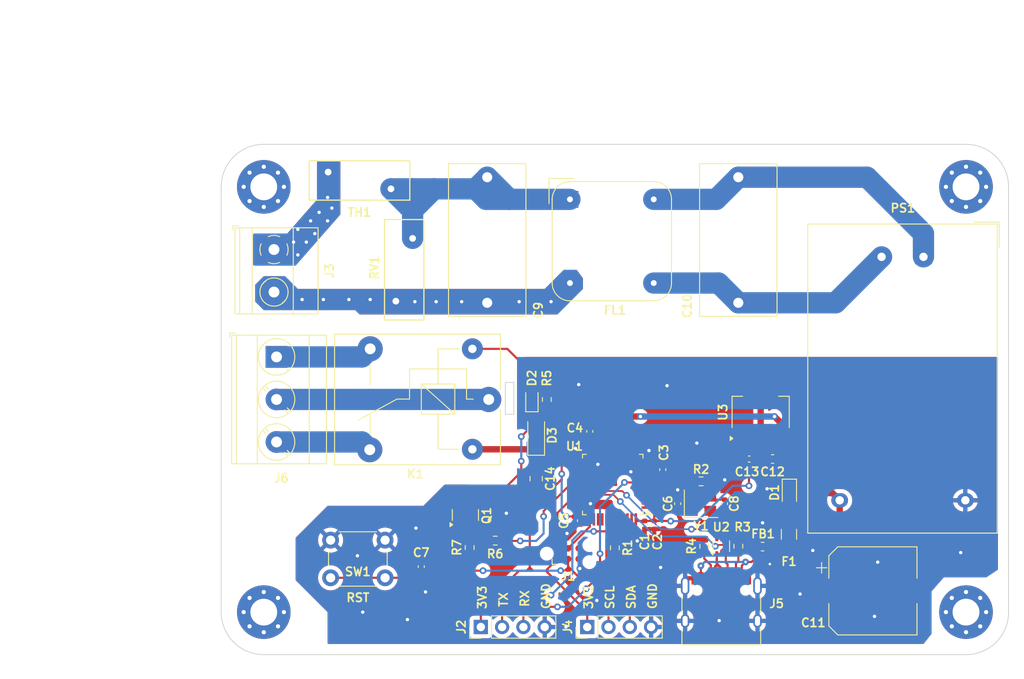
<source format=kicad_pcb>
(kicad_pcb (version 20240108) (generator "pcbnew") (generator_version "8.0")
  (layers (0 "F.Cu" signal) (31 "B.Cu" signal) (34 "B.Paste" user) (35 "F.Paste" user) (36 "B.SilkS" user "B.Silkscreen") (37 "F.SilkS" user "F.Silkscreen") (38 "B.Mask" user) (39 "F.Mask" user) (44 "Edge.Cuts" user))
  (net 0 "")
  (net 1 "+3V3")
  (net 2 "GND")
  (net 3 "/OSC_IN")
  (net 4 "NRST")
  (net 5 "Net-(C8-Pad1)")
  (net 6 "NEUT")
  (net 7 "Net-(C9-Pad1)")
  (net 8 "/NEUT-OUT")
  (net 9 "/LINE-OUT")
  (net 10 "+5V")
  (net 11 "Net-(D1-A)")
  (net 12 "Net-(F1-Pad1)")
  (net 13 "VBUS")
  (net 14 "SWDIO")
  (net 16 "SWCLK")
  (net 17 "LINE")
  (net 18 "I2C1_SCL")
  (net 19 "I2C1_SDA")
  (net 20 "Net-(J5-D--PadA7)")
  (net 21 "Net-(J5-D+-PadA6)")
  (net 22 "/CC1")
  (net 23 "/CC2")
  (net 24 "/BOOT0")
  (net 25 "/OSC_OUT")
  (net 26 "USART1_RX")
  (net 29 "USART1_TX")
  (net 31 "USB_D+")
  (net 39 "USB_D-")
  (net 52 "Relay_Ctrl")
  (net 57 "Net-(D2-K)")
  (net 58 "Net-(J6-Pin_3)")
  (net 59 "Net-(J6-Pin_2)")
  (net 60 "Net-(J6-Pin_1)")
  (net 61 "Net-(Q1-B)")
  (net 62 "Net-(D2-A)")
  (footprint "MountingHole:MountingHole_3.2mm_M3_Pad_Via" (layer "F.Cu") (at 165.1 134.62)
    (property "Reference" "H3" (hide yes))
    (property "Value" "MountingHole_Pad")
  )
  (footprint "Capacitor_SMD:C_0402_1005Metric" (layer "F.Cu") (at 130.683 121.666 90)
    (property "Reference" "C6")
    (property "Value" "22pF")
  )
  (footprint "Resistor_SMD:R_0603_1608Metric" (layer "F.Cu") (at 133.477 118.999)
    (property "Reference" "R2")
    (property "Value" "47R")
  )
  (footprint "Varistor:RV_Disc_D12mm_W4.7mm_P7.5mm" (layer "F.Cu") (at 96.46 84.058 180)
    (property "Reference" "TH1")
    (property "Value" "8ohm")
  )
  (footprint "Connector_PinHeader_2.54mm:PinHeader_1x04_P2.54mm_Vertical" (layer "F.Cu") (at 119.888 136.398 90)
    (property "Reference" "J4")
    (property "Value" "Conn_01x04_Pin")
  )
  (footprint "TerminalBlock_Phoenix:TerminalBlock_Phoenix_MKDS-3-3-5.08_1x03_P5.08mm_Horizontal" (layer "F.Cu") (at 82.804 104.135 -90)
    (property "Reference" "J6")
    (property "Value" "ST")
  )
  (footprint "Capacitor_SMD:C_0402_1005Metric" (layer "F.Cu") (at 100.076 129.1844 90)
    (property "Reference" "C7")
    (property "Value" "100nF")
  )
  (footprint "Diode_SMD:D_SOD-323" (layer "F.Cu") (at 144.018 120.3452 -90)
    (property "Reference" "D1")
    (property "Value" "1N5819WS")
  )
  (footprint "Capacitor_THT:C_Rect_L18.0mm_W9.0mm_P15.00mm_FKS3_FKP3" (layer "F.Cu") (at 137.922 82.67 -90)
    (property "Reference" "C10")
    (property "Value" "1uF")
  )
  (footprint "Connector:Tag-Connect_TC2030-IDC-NL_2x03_P1.27mm_Vertical" (layer "F.Cu") (at 117.602 127.635)
    (property "Reference" "J1")
    (property "Value" "TC2030-NL")
  )
  (footprint "Capacitor_SMD:C_0402_1005Metric" (layer "F.Cu") (at 128.905 117.602 90)
    (property "Reference" "C3")
    (property "Value" "100nF")
  )
  (footprint "Capacitor_SMD:C_0402_1005Metric" (layer "F.Cu") (at 118.364 123.698 -90)
    (property "Reference" "C5")
    (property "Value" "100nF")
  )
  (footprint "Crystal:Crystal_SMD_3225-4Pin_3.2x2.5mm" (layer "F.Cu") (at 133.477 121.666)
    (property "Reference" "Y1")
    (property "Value" "8MHz")
  )
  (footprint "Capacitor_SMD:C_0805_2012Metric" (layer "F.Cu") (at 113.792 118.678 -90)
    (property "Reference" "C14")
    (property "Value" "10uF")
  )
  (footprint "Inductor_SMD:L_0603_1608Metric" (layer "F.Cu") (at 140.8176 126.7968)
    (property "Reference" "FB1")
    (property "Value" "FB")
  )
  (footprint "Package_TO_SOT_SMD:SOT-23" (layer "F.Cu") (at 105.344 123.0145 90)
    (property "Reference" "Q1")
    (property "Value" "BC817")
  )
  (footprint "Resistor_SMD:R_0603_1608Metric" (layer "F.Cu") (at 105.852 126.903 90)
    (property "Reference" "R7")
    (property "Value" "47k")
  )
  (footprint "Resistor_SMD:R_0603_1608Metric" (layer "F.Cu") (at 108.9 126.078 180)
    (property "Reference" "R6")
    (property "Value" "2k2")
  )
  (footprint "Connector_USB:USB_C_Receptacle_HRO_TYPE-C-31-M-12" (layer "F.Cu") (at 135.89 134.62)
    (property "Reference" "J5")
    (property "Value" "USB_C_Receptacle_USB2.0_14P")
  )
  (footprint "TerminalBlock_Phoenix:TerminalBlock_Phoenix_MKDS-1,5-2-5.08_1x02_P5.08mm_Horizontal" (layer "F.Cu") (at 82.499 91.308 -90)
    (property "Reference" "J3")
    (property "Value" "ST")
  )
  (footprint "LED_SMD:LED_0603_1608Metric" (layer "F.Cu") (at 113.284 109.2 90)
    (property "Reference" "D2")
    (property "Value" "LED_Small")
  )
  (footprint "Capacitor_SMD:C_0402_1005Metric" (layer "F.Cu") (at 120.1928 113.03 90)
    (property "Reference" "C4")
    (property "Value" "100nF")
  )
  (footprint "Inductor_THT:Choke_Schaffner_RN102-04-14.0x14.0mm" (layer "F.Cu") (at 117.8245 85.3125)
    (property "Reference" "FL1")
    (property "Value" "Choke_Schaffner_RN102-2-02-1M1")
  )
  (footprint "Connector_PinHeader_2.54mm:PinHeader_1x04_P2.54mm_Vertical" (layer "F.Cu") (at 107.188 136.398 90)
    (property "Reference" "J2")
    (property "Value" "Conn_01x04_Pin")
  )
  (footprint "Resistor_SMD:R_0603_1608Metric" (layer "F.Cu") (at 123.19 126.937 -90)
    (property "Reference" "R1")
    (property "Value" "47R")
  )
  (footprint "Relay_THT:Relay_SPDT_SANYOU_SRD_Series_Form_C" (layer "F.Cu") (at 108.13 109.22 180)
    (property "Reference" "K1")
    (property "Value" "SANYOU_SRD_Form_C")
  )
  (footprint "Package_QFP:LQFP-48_7x7mm_P0.5mm" (layer "F.Cu") (at 122.936 119.38 180)
    (property "Reference" "U1")
    (property "Value" "STM32F103C8Tx")
  )
  (footprint "Diode_SMD:D_SOD-123" (layer "F.Cu") (at 113.792 113.52 90)
    (property "Reference" "D3")
    (property "Value" "1N4148W")
  )
  (footprint "Package_TO_SOT_SMD:SOT-223-3_TabPin2" (layer "F.Cu") (at 140.589 110.744 90)
    (property "Reference" "U3")
    (property "Value" "AMS1117-3.3")
  )
  (footprint "Button_Switch_THT:SW_PUSH_6mm" (layer "F.Cu") (at 89.258 126.02)
    (property "Reference" "SW1")
    (property "Value" "RST_BTN")
  )
  (footprint "Capacitor_SMD:C_0603_1608Metric" (layer "F.Cu") (at 142.014 116.332 180)
    (property "Reference" "C12")
    (property "Value" "1uF")
  )
  (footprint "MountingHole:MountingHole_3.2mm_M3_Pad_Via" (layer "F.Cu") (at 81.28 83.82)
    (property "Reference" "H4" (hide yes))
    (property "Value" "MountingHole_Pad")
  )
  (footprint "Resistor_SMD:R_0603_1608Metric" (layer "F.Cu") (at 115.062 109.22 -90)
    (property "Reference" "R5")
    (property "Value" "1k")
  )
  (footprint "Capacitor_THT:C_Rect_L18.0mm_W9.0mm_P15.00mm_FKS3_FKP3" (layer "F.Cu") (at 107.95 82.67 -90)
    (property "Reference" "C9")
    (property "Value" "1uF")
  )
  (footprint "Varistor:RV_Disc_D12mm_W4.7mm_P7.5mm" (layer "F.Cu") (at 99.044 89.976 -90)
    (property "Reference" "RV1")
    (property "Value" "10D471k")
  )
  (footprint "Capacitor_SMD:CP_Elec_10x10" (layer "F.Cu") (at 153.987 132.08)
    (property "Reference" "C11")
    (property "Value" "220uF")
  )
  (footprint "Resistor_SMD:R_0603_1608Metric" (layer "F.Cu") (at 137.9229 126.746 90)
    (property "Reference" "R3")
    (property "Value" "5k1")
  )
  (footprint "Capacitor_SMD:C_0402_1005Metric" (layer "F.Cu") (at 126.746 124.206 -90)
    (property "Reference" "C1")
    (property "Value" "100nF")
  )
  (footprint "Fuse:Fuse_1206_3216Metric" (layer "F.Cu") (at 143.9672 125.3236 90)
    (property "Reference" "F1")
    (property "Value" "1A")
  )
  (footprint "Capacitor_SMD:C_0402_1005Metric" (layer "F.Cu") (at 139.22 116.332 180)
    (property "Reference" "C13")
    (property "Value" "100nF")
  )
  (footprint "Resistor_SMD:R_0603_1608Metric" (layer "F.Cu") (at 133.8589 126.746 90)
    (property "Reference" "R4")
    (property "Value" "5k1")
  )
  (footprint "MountingHole:MountingHole_3.2mm_M3_Pad_Via" (layer "F.Cu") (at 165.1 83.82)
    (property "Reference" "H2" (hide yes))
    (property "Value" "MountingHole_Pad")
  )
  (footprint "Package_TO_SOT_SMD:SOT-666" (layer "F.Cu") (at 135.8909 126.746 90)
    (property "Reference" "U2")
    (property "Value" "USBLC6-2P6")
  )
  (footprint "MountingHole:MountingHole_3.2mm_M3_Pad_Via" (layer "F.Cu") (at 81.28 134.62)
    (property "Reference" "H1" (hide yes))
    (property "Value" "MountingHole_Pad")
  )
  (footprint "Converter_ACDC:Converter_ACDC_Hi-Link_HLK-PMxx" (layer "F.Cu") (at 160.02 92.1825 -90)
    (property "Reference" "PS1")
    (property "Value" "HLK-PM01")
  )
  (footprint "Capacitor_SMD:C_0402_1005Metric" (layer "F.Cu") (at 127.889 124.206 -90)
    (property "Reference" "C2")
    (property "Value" "100nF")
  )
  (footprint "Capacitor_SMD:C_0402_1005Metric" (layer "F.Cu") (at 136.271 121.666 -90)
    (property "Reference" "C8")
    (property "Value" "22pF")
  )
  (gr_line (start 131.318 117.348) (end 131.318 117.856) (stroke (width 0.2)) (layer "F.Cu") (net 1))
  (gr_line (start 81.28 78.74) (end 165.1 78.74) (stroke (width 0.1)) (layer "Edge.Cuts"))
  (gr_arc (start 170.18 134.62) (mid 168.692102 138.212102) (end 165.1 139.7) (stroke (width 0.1)) (layer "Edge.Cuts"))
  (gr_arc (start 81.28 139.7) (mid 77.687898 138.212102) (end 76.2 134.62) (stroke (width 0.1)) (layer "Edge.Cuts"))
  (gr_arc (start 165.1 78.74) (mid 168.692102 80.227898) (end 170.18 83.82) (stroke (width 0.1)) (layer "Edge.Cuts"))
  (gr_line (start 111.125 110.998) (end 110.109 110.998) (stroke (width 0.1)) (layer "Edge.Cuts"))
  (gr_line (start 76.2 134.62) (end 76.2 83.82) (stroke (width 0.1)) (layer "Edge.Cuts"))
  (gr_line (start 165.1 139.7) (end 81.28 139.7) (stroke (width 0.1)) (layer "Edge.Cuts"))
  (gr_line (start 111.125 107.188) (end 111.125 110.998) (stroke (width 0.1)) (layer "Edge.Cuts"))
  (gr_line (start 110.109 107.188) (end 111.125 107.188) (stroke (width 0.1)) (layer "Edge.Cuts"))
  (gr_line (start 110.109 110.998) (end 110.109 107.188) (stroke (width 0.1)) (layer "Edge.Cuts"))
  (gr_line (start 170.18 83.82) (end 170.18 134.62) (stroke (width 0.1)) (layer "Edge.Cuts"))
  (gr_arc (start 76.2 83.82) (mid 77.687898 80.227898) (end 81.28 78.74) (stroke (width 0.1)) (layer "Edge.Cuts"))
  (gr_text "SDA" (at 125.72 134.366 90) (layer "F.SilkS") (effects (font (size 1 1) (thickness 0.2) (bold yes)) (justify left bottom)))
  (gr_text "RST" (at 91.025857 133.477 0) (layer "F.SilkS") (effects (font (size 1 1) (thickness 0.2) (bold yes)) (justify left bottom)))
  (gr_text "SCL" (at 123.18 134.366 90) (layer "F.SilkS") (effects (font (size 1 1) (thickness 0.2) (bold yes)) (justify left bottom)))
  (gr_text "3V3" (at 107.94 134.366 90) (layer "F.SilkS") (effects (font (size 1 1) (thickness 0.2) (bold yes)) (justify left bottom)))
  (gr_text "RX" (at 113.02 134.112 90) (layer "F.SilkS") (effects (font (size 1 1) (thickness 0.2) (bold yes)) (justify left bottom)))
  (gr_text "3V3" (at 120.64 134.366 90) (layer "F.SilkS") (effects (font (size 1 1) (thickness 0.2) (bold yes)) (justify left bottom)))
  (gr_text "GND" (at 128.26 134.366 90) (layer "F.SilkS") (effects (font (size 1 1) (thickness 0.2) (bold yes)) (justify left bottom)))
  (gr_text "TX" (at 110.48 134.112 90) (layer "F.SilkS") (effects (font (size 1 1) (thickness 0.2) (bold yes)) (justify left bottom)))
  (gr_text "GND" (at 115.56 134.366 90) (layer "F.SilkS") (effects (font (size 1 1) (thickness 0.2) (bold yes)) (justify left bottom)))
  (segment (start 127.0985 118.13) (end 128.857 118.13) (width 0.254) (layer "F.Cu") (net 1))
  (segment (start 111.76 129.667) (end 113.03 129.667) (width 0.254) (layer "F.Cu") (net 1))
  (segment (start 113.03 129.667) (end 113.03 129.286) (width 0.254) (layer "F.Cu") (net 1))
  (segment (start 117.884 113.51) (end 120.1928 113.51) (width 0.254) (layer "F.Cu") (net 1))
  (segment (start 139.192 117.6528) (end 139.192 119.5324) (width 0.254) (layer "F.Cu") (net 1))
  (segment (start 139.192 117.602) (end 139.192 117.6528) (width 0.254) (layer "F.Cu") (net 1))
  (segment (start 116.84 118.745) (end 113.03 122.555) (width 0.254) (layer "F.Cu") (net 1))
  (segment (start 128.857 118.13) (end 128.905 118.082) (width 0.254) (layer "F.Cu") (net 1))
  (segment (start 139.7 116.332) (end 139.7 117.094) (width 0.254) (layer "F.Cu") (net 1))
  (segment (start 114.935 129.667) (end 115.1255 129.4765) (width 0.254) (layer "F.Cu") (net 1))
  (segment (start 107.188 136.398) (end 107.188 134.239) (width 0.254) (layer "F.Cu") (net 1))
  (segment (start 127.508 113.538) (end 131.572 117.602) (width 0.254) (layer "F.Cu") (net 1))
  (segment (start 118.364 122.5395) (end 118.7735 122.13) (width 0.254) (layer "F.Cu") (net 1))
  (segment (start 127.889 123.726) (end 127.889 122.9205) (width 0.254) (layer "F.Cu") (net 1))
  (segment (start 111.76 129.667) (end 112.649 129.667) (width 0.254) (layer "F.Cu") (net 1))
  (segment (start 113.411 129.667) (end 114.935 129.667) (width 0.254) (layer "F.Cu") (net 1))
  (segment (start 107.188 134.239) (end 111.76 129.667) (width 0.254) (layer "F.Cu") (net 1))
  (segment (start 120.086 113.538) (end 120.142 113.538) (width 0.254) (layer "F.Cu") (net 1))
  (segment (start 125.8695 123.726) (end 125.686 123.5425) (width 0.254) (layer "F.Cu") (net 1))
  (segment (start 115.189 129.921) (end 119.888 134.62) (width 0.254) (layer "F.Cu") (net 1))
  (segment (start 116.84 114.554) (end 117.884 113.51) (width 0.254) (layer "F.Cu") (net 1))
  (segment (start 129.8448 123.7488) (end 129.822 123.726) (width 0.254) (layer "F.Cu") (net 1))
  (segment (start 126.746 123.726) (end 125.8695 123.726) (width 0.254) (layer "F.Cu") (net 1))
  (segment (start 113.03 122.555) (end 113.03 129.286) (width 0.254) (layer "F.Cu") (net 1))
  (segment (start 127.889 122.9205) (end 127.0985 122.13) (width 0.254) (layer "F.Cu") (net 1))
  (segment (start 140.589 107.594) (end 140.589 113.894) (width 0.762) (layer "F.Cu") (net 1))
  (segment (start 129.822 123.726) (end 127.889 123.726) (width 0.254) (layer "F.Cu") (net 1))
  (segment (start 119.888 134.62) (end 119.888 136.398) (width 0.254) (layer "F.Cu") (net 1))
  (segment (start 113.03 129.667) (end 113.411 129.667) (width 0.254) (layer "F.Cu") (net 1))
  (segment (start 116.84 118.11) (end 116.84 118.745) (width 0.254) (layer "F.Cu") (net 1))
  (segment (start 112.649 129.667) (end 113.03 129.286) (width 0.254) (layer "F.Cu") (net 1))
  (segment (start 120.086 113.538) (end 127.508 113.538) (width 0.254) (layer "F.Cu") (net 1))
  (segment (start 118.336 123.19) (end 118.364 123.218) (width 0.254) (layer "F.Cu") (net 1))
  (segment (start 117.348 123.19) (end 118.336 123.19) (width 0.254) (layer "F.Cu") (net 1))
  (segment (start 139.7 114.783) (end 140.589 113.894) (width 0.254) (layer "F.Cu") (net 1))
  (segment (start 139.192 117.602) (end 131.572 117.602) (width 0.254) (layer "F.Cu") (net 1))
  (segment (start 114.935 129.667) (end 115.189 129.921) (width 0.254) (layer "F.Cu") (net 1))
  (segment (start 120.186 113.582) (end 120.186 115.2175) (width 0.254) (layer "F.Cu") (net 1))
  (segment (start 131.092 118.082) (end 128.905 118.082) (width 0.254) (layer "F.Cu") (net 1))
  (segment (start 113.411 129.667) (end 113.03 129.286) (width 0.254) (layer "F.Cu") (net 1))
  (segment (start 115.1255 129.4765) (end 116.332 128.27) (width 0.254) (layer "F.Cu") (net 1))
  (segment (start 118.364 123.218) (end 118.364 122.5395) (width 0.254) (layer "F.Cu") (net 1))
  (segment (start 131.572 117.602) (end 131.092 118.082) (width 0.254) (layer "F.Cu") (net 1))
  (segment (start 120.142 113.538) (end 120.186 113.582) (width 0.254) (layer "F.Cu") (net 1))
  (segment (start 126.746 123.726) (end 127.889 123.726) (width 0.254) (layer "F.Cu") (net 1))
  (segment (start 115.1255 129.8575) (end 115.1255 129.4765) (width 0.254) (layer "F.Cu") (net 1))
  (segment (start 139.7 117.094) (end 139.192 117.602) (width 0.254) (layer "F.Cu") (net 1))
  (segment (start 115.189 129.921) (end 115.1255 129.8575) (width 0.254) (layer "F.Cu") (net 1))
  (segment (start 116.84 118.11) (end 116.84 114.554) (width 0.254) (layer "F.Cu") (net 1))
  (segment (start 139.7 116.332) (end 139.7 114.783) (width 0.254) (layer "F.Cu") (net 1))
  (via (at 116.84 118.11) (size 0.8) (drill 0.4) (layers "F.Cu" "B.Cu") (net 1))
  (via (at 117.348 123.19) (size 0.8) (drill 0.4) (layers "F.Cu" "B.Cu") (net 1))
  (via (at 129.8448 123.7488) (size 0.8) (drill 0.4) (layers "F.Cu" "B.Cu") (net 1))
  (via (at 139.192 119.5324) (size 0.8) (drill 0.4) (layers "F.Cu" "B.Cu") (net 1))
  (segment (start 116.84 122.682) (end 117.348 123.19) (width 0.254) (layer "B.Cu") (net 1))
  (segment (start 116.84 118.11) (end 116.84 122.682) (width 0.254) (layer "B.Cu") (net 1))
  (segment (start 137.2616 119.5324) (end 133.0452 123.7488) (width 0.254) (layer "B.Cu") (net 1))
  (segment (start 133.0452 123.7488) (end 129.8448 123.7488) (width 0.254) (layer "B.Cu") (net 1))
  (segment (start 139.192 119.5324) (end 137.2616 119.5324) (width 0.254) (layer "B.Cu") (net 1))
  (segment (start 127.0985 118.63) (end 125.869 118.63) (width 0.254) (layer "F.Cu") (net 2))
  (segment (start 118.872 128.27) (end 118.872 129.286) (width 0.254) (layer "F.Cu") (net 2))
  (segment (start 120.269 121.666) (end 120.21 121.607) (width 0.254) (layer "F.Cu") (net 2))
  (segment (start 140.0048 128.8796) (end 141.6812 128.8796) (width 0.254) (layer "F.Cu") (net 2))
  (segment (start 125.186 125.44) (end 125.186 123.5425) (width 0.254) (layer "F.Cu") (net 2))
  (segment (start 125.869 118.63) (end 125.095 117.856) (width 0.254) (layer "F.Cu") (net 2))
  (segment (start 120.686 116.495) (end 120.686 115.2175) (width 0.254) (layer "F.Cu") (net 2))
  (segment (start 125.857 126.111) (end 125.186 125.44) (width 0.254) (layer "F.Cu") (net 2))
  (segment (start 135.8909 127.285872) (end 136.157772 127.019) (width 0.254) (layer "F.Cu") (net 2))
  (segment (start 134.331 122.516) (end 134.577 122.516) (width 0.254) (layer "F.Cu") (net 2))
  (segment (start 139.14 129.7444) (end 140.0048 128.8796) (width 0.254) (layer "F.Cu") (net 2))
  (segment (start 130.683 120.015) (end 130.683 121.186) (width 0.254) (layer "F.Cu") (net 2))
  (segment (start 135.8909 127.671) (end 135.8909 127.285872) (width 0.254) (layer "F.Cu") (net 2))
  (segment (start 135.901 122.516) (end 136.271 122.146) (width 0.254) (layer "F.Cu") (net 2))
  (segment (start 132.377 120.816) (end 132.631 120.816) (width 0.254) (layer "F.Cu") (net 2))
  (segment (start 132.631 120.816) (end 134.331 122.516) (width 0.254) (layer "F.Cu") (net 2))
  (segment (start 137.8834 125.921) (end 137.9229 125.921) (width 0.254) (layer "F.Cu") (net 2))
  (segment (start 118.872 129.286) (end 118.999 129.413) (width 0.254) (layer "F.Cu") (net 2))
  (segment (start 136.7854 127.019) (end 137.8834 125.921) (width 0.254) (layer "F.Cu") (net 2))
  (segment (start 134.577 122.516) (end 135.901 122.516) (width 0.254) (layer "F.Cu") (net 2))
  (segment (start 139.14 130.575) (end 139.14 129.7444) (width 0.254) (layer "F.Cu") (net 2))
  (segment (start 120.21 121.607) (end 118.7965 121.607) (width 0.254) (layer "F.Cu") (net 2))
  (segment (start 118.7965 121.607) (end 118.7735 121.63) (width 0.254) (layer "F.Cu") (net 2))
  (segment (start 121.158 116.967) (end 120.686 116.495) (width 0.254) (layer "F.Cu") (net 2))
  (segment (start 136.157772 127.019) (end 136.7854 127.019) (width 0.254) (layer "F.Cu") (net 2))
  (via (at 146.812 127.254) (size 0.8) (drill 0.4) (layers "F.Cu" "B.Cu") (net 2))
  (via (at 135.636 135.636) (size 0.8) (drill 0.4) (layers "F.Cu" "B.Cu") (net 2))
  (via (at 140.8176 123.952) (size 0.8) (drill 0.4) (layers "F.Cu" "B.Cu") (net 2))
  (via (at 154.559 128.651) (size 0.8) (drill 0.4) (layers "F.Cu" "B.Cu") (net 2))
  (via (at 98.425 135.509) (size 0.8) (drill 0.4) (layers "F.Cu" "B.Cu") (net 2))
  (via (at 93.091 134.62) (size 0.8) (drill 0.4) (layers "F.Cu" "B.Cu") (net 2))
  (via (at 136.2964 118.8212) (size 0.8) (drill 0.4) (layers "F.Cu" "B.Cu") (net 2))
  (via (at 145.288 132.461) (size 0.8) (drill 0.4) (layers "F.Cu" "B.Cu") (net 2))
  (via (at 120.269 121.666) (size 0.8) (drill 0.4) (layers "F.Cu" "B.Cu") (net 2))
  (via (at 121.031 133.223) (size 0.8) (drill 0.4) (layers "F.Cu" "B.Cu") (net 2))
  (via (at 121.158 116.967) (size 0.8) (drill 0.4) (layers "F.Cu" "B.Cu") (net 2))
  (via (at 125.095 117.856) (size 0.8) (drill 0.4) (layers "F.Cu" "B.Cu") (net 2))
  (via (at 125.857 126.111) (size 0.8) (drill 0.4) (layers "F.Cu" "B.Cu") (net 2))
  (via (at 99.441 124.587) (size 0.8) (drill 0.4) (layers "F.Cu" "B.Cu") (net 2))
  (via (at 132.969 114.427) (size 0.8) (drill 0.4) (layers "F.Cu" "B.Cu") (net 2))
  (via (at 141.351 119.888) (size 0.8) (drill 0.4) (layers "F.Cu" "B.Cu") (net 2))
  (via (at 154.178 135.128) (size 0.8) (drill 0.4) (layers "F.Cu" "B.Cu") (net 2))
  (via (at 118.872 107.442) (size 0.8) (drill 0.4) (layers "F.Cu" "B.Cu") (net 2))
  (via (at 164.465 127.508) (size 0.8) (drill 0.4) (layers "F.Cu" "B.Cu") (net 2))
  (via (at 92.456 127.889) (size 0.8) (drill 0.4) (layers "F.Cu" "B.Cu") (net 2))
  (via (at 127.254 115.316) (size 0.8) (drill 0.4) (layers "F.Cu" "B.Cu") (net 2))
  (via (at 118.999 129.413) (size 0.8) (drill 0.4) (layers "F.Cu" "B.Cu") (net 2))
  (via (at 110.236 122.809) (size 0.8) (drill 0.4) (layers "F.Cu" "B.Cu") (net 2))
  (via (at 118.491 115.062) (size 0.8) (drill 0.4) (layers "F.Cu" "B.Cu") (net 2))
  (via (at 117.475 125.222) (size 0.8) (drill 0.4) (layers "F.Cu" "B.Cu") (net 2))
  (via (at 100.584 132.207) (size 0.8) (drill 0.4) (layers "F.Cu" "B.Cu") (net 2))
  (via (at 128.651 129.286) (size 0.8) (drill 0.4) (layers "F.Cu" "B.Cu") (net 2))
  (via (at 129.413 107.569) (size 0.8) (drill 0.4) (layers "F.Cu" "B.Cu") (net 2))
  (via (at 117.348 136.398) (size 0.8) (drill 0.4) (layers "F.Cu" "B.Cu") (net 2))
  (via (at 141.6812 128.8796) (size 0.8) (drill 0.3) (layers "F.Cu" "B.Cu") (net 2))
  (via (at 130.683 120.015) (size 0.8) (drill 0.4) (layers "F.Cu" "B.Cu") (net 2))
  (segment (start 128.415776 118.892382) (end 129.560382 118.892382) (width 0.254) (layer "B.Cu") (net 2))
  (segment (start 129.560382 118.892382) (end 130.683 120.015) (width 0.254) (layer "B.Cu") (net 2))
  (segment (start 131.053 122.516) (end 130.683 122.146) (width 0.254) (layer "F.Cu") (net 3))
  (segment (start 128.258 120.13) (end 127.0985 120.13) (width 0.254) (layer "F.Cu") (net 3))
  (segment (start 130.274 122.146) (end 128.258 120.13) (width 0.254) (layer "F.Cu") (net 3))
  (segment (start 132.377 122.516) (end 131.053 122.516) (width 0.254) (layer "F.Cu") (net 3))
  (segment (start 130.683 122.146) (end 130.274 122.146) (width 0.254) (layer "F.Cu") (net 3))
  (segment (start 117.221 129.667) (end 117.475 129.667) (width 0.254) (layer "F.Cu") (net 4))
  (segment (start 116.713 129.667) (end 117.221 129.667) (width 0.254) (layer "F.Cu") (net 4))
  (segment (start 89.258 130.52) (end 97.826 130.52) (width 0.254) (layer "F.Cu") (net 4))
  (segment (start 117.9195 129.4765) (end 117.6655 129.4765) (width 0.254) (layer "F.Cu") (net 4))
  (segment (start 117.602 129.54) (end 117.475 129.667) (width 0.254) (layer "F.Cu") (net 4))
  (segment (start 121.412 129.032) (end 120.142 130.302) (width 0.254) (layer "F.Cu") (net 4))
  (segment (start 117.6655 129.4765) (end 117.602 129.54) (width 0.254) (layer "F.Cu") (net 4))
  (segment (start 100.0786 129.667) (end 107.442 129.667) (width 0.254) (layer "F.Cu") (net 4))
  (segment (start 120.142 130.302) (end 118.745 130.302) (width 0.254) (layer "F.Cu") (net 4))
  (segment (start 98.679 129.667) (end 100.0734 129.667) (width 0.254) (layer "F.Cu") (net 4))
  (segment (start 117.6655 129.2225) (end 117.9195 129.4765) (width 0.254) (layer "F.Cu") (net 4))
  (segment (start 118.11 129.667) (end 118.237 129.794) (width 0.254) (layer "F.Cu") (net 4))
  (segment (start 117.602 128.27) (end 117.602 129.159) (width 0.254) (layer "F.Cu") (net 4))
  (segment (start 97.826 130.52) (end 98.679 129.667) (width 0.254) (layer "F.Cu") (net 4))
  (segment (start 100.076 129.6644) (end 100.0786 129.667) (width 0.254) (layer "F.Cu") (net 4))
  (segment (start 117.475 129.667) (end 118.11 129.667) (width 0.254) (layer "F.Cu") (net 4))
  (segment (start 117.221 129.667) (end 117.6655 129.2225) (width 0.254) (layer "F.Cu") (net 4))
  (segment (start 124.337 119.13) (end 127.0985 119.13) (width 0.254) (layer "F.Cu") (net 4))
  (segment (start 100.0734 129.667) (end 100.076 129.6644) (width 0.254) (layer "F.Cu") (net 4))
  (segment (start 117.9195 129.4765) (end 118.237 129.794) (width 0.254) (layer "F.Cu") (net 4))
  (segment (start 124.333 119.126) (end 124.337 119.13) (width 0.254) (layer "F.Cu") (net 4))
  (segment (start 121.412 127.635) (end 121.412 129.032) (width 0.254) (layer "F.Cu") (net 4))
  (segment (start 118.745 130.302) (end 118.237 129.794) (width 0.254) (layer "F.Cu") (net 4))
  (segment (start 117.602 129.159) (end 117.602 129.54) (width 0.254) (layer "F.Cu") (net 4))
  (segment (start 117.602 129.159) (end 117.6655 129.2225) (width 0.254) (layer "F.Cu") (net 4))
  (via (at 107.442 129.667) (size 0.8) (drill 0.4) (layers "F.Cu" "B.Cu") (net 4))
  (via (at 124.333 119.126) (size 0.8) (drill 0.4) (layers "F.Cu" "B.Cu") (net 4))
  (via (at 121.412 127.635) (size 0.8) (drill 0.4) (layers "F.Cu" "B.Cu") (net 4))
  (via (at 116.713 129.667) (size 0.8) (drill 0.4) (layers "F.Cu" "B.Cu") (net 4))
  (segment (start 121.412 122.047) (end 124.333 119.126) (width 0.254) (layer "B.Cu") (net 4))
  (segment (start 107.442 129.667) (end 116.713 129.667) (width 0.254) (layer "B.Cu") (net 4))
  (segment (start 121.412 127.635) (end 121.412 122.047) (width 0.254) (layer "B.Cu") (net 4))
  (segment (start 134.302 118.999) (end 134.302 120.541) (width 0.254) (layer "F.Cu") (net 5))
  (segment (start 136.271 121.186) (end 134.947 121.186) (width 0.254) (layer "F.Cu") (net 5))
  (segment (start 134.947 121.186) (end 134.577 120.816) (width 0.254) (layer "F.Cu") (net 5))
  (segment (start 134.302 120.541) (end 134.577 120.816) (width 0.254) (layer "F.Cu") (net 5))
  (via (at 115.57 97.536) (size 0.8) (drill 0.4) (layers "F.Cu" "B.Cu") (net 6))
  (via (at 88.392 97.282) (size 0.8) (drill 0.4) (layers "F.Cu" "B.Cu") (net 6))
  (via (at 111.76 97.536) (size 0.8) (drill 0.4) (layers "F.Cu" "B.Cu") (net 6))
  (via (at 85.852 97.282) (size 0.8) (drill 0.4) (layers "F.Cu" "B.Cu") (net 6))
  (via (at 99.314 97.536) (size 0.8) (drill 0.4) (layers "F.Cu" "B.Cu") (net 6))
  (via (at 93.98 97.282) (size 0.8) (drill 0.4) (layers "F.Cu" "B.Cu") (net 6))
  (via (at 91.44 97.282) (size 0.8) (drill 0.4) (layers "F.Cu" "B.Cu") (net 6))
  (via (at 101.854 97.536) (size 0.8) (drill 0.4) (layers "F.Cu" "B.Cu") (net 6))
  (via (at 104.902 97.536) (size 0.8) (drill 0.4) (layers "F.Cu" "B.Cu") (net 6))
  (segment (start 101.6 84.058) (end 106.562 84.058) (width 2.54) (layer "B.Cu") (net 7))
  (segment (start 106.562 84.058) (end 107.95 82.67) (width 2.54) (layer "B.Cu") (net 7))
  (segment (start 99.044 86.614) (end 99.044 84.074) (width 2.54) (layer "B.Cu") (net 7))
  (segment (start 99.044 84.074) (end 99.06 84.058) (width 2.54) (layer "B.Cu") (net 7))
  (segment (start 99.06 84.058) (end 101.6 84.058) (width 2.54) (layer "B.Cu") (net 7))
  (segment (start 106.562 84.058) (end 107.8165 85.3125) (width 2.54) (layer "B.Cu") (net 7))
  (segment (start 107.8165 85.3125) (end 110.5925 85.3125) (width 2.54) (layer "B.Cu") (net 7))
  (segment (start 96.46 84.058) (end 99.06 84.058) (width 2.54) (layer "B.Cu") (net 7))
  (segment (start 96.46 84.058) (end 99.016 86.614) (width 2.54) (layer "B.Cu") (net 7))
  (segment (start 117.8245 85.3125) (end 110.5925 85.3125) (width 2.54) (layer "B.Cu") (net 7))
  (segment (start 99.016 86.614) (end 99.044 86.614) (width 2.54) (layer "B.Cu") (net 7))
  (segment (start 99.044 89.976) (end 99.044 86.614) (width 2.54) (layer "B.Cu") (net 7))
  (segment (start 110.5925 85.3125) (end 107.95 82.67) (width 2.54) (layer "B.Cu") (net 7))
  (segment (start 99.044 86.614) (end 101.6 84.058) (width 2.54) (layer "B.Cu") (net 7))
  (segment (start 135.5645 95.3125) (end 137.922 97.67) (width 2.54) (layer "B.Cu") (net 8))
  (segment (start 149.5325 97.67) (end 155.02 92.1825) (width 2.54) (layer "B.Cu") (net 8))
  (segment (start 127.8245 95.3125) (end 135.5645 95.3125) (width 2.54) (layer "B.Cu") (net 8))
  (segment (start 137.922 97.67) (end 149.5325 97.67) (width 2.54) (layer "B.Cu") (net 8))
  (segment (start 137.922 82.67) (end 153.282 82.67) (width 2.54) (layer "B.Cu") (net 9))
  (segment (start 127.8245 85.3125) (end 135.2795 85.3125) (width 2.54) (layer "B.Cu") (net 9))
  (segment (start 160.02 89.408) (end 160.02 92.1825) (width 2.54) (layer "B.Cu") (net 9))
  (segment (start 135.2795 85.3125) (end 137.922 82.67) (width 2.54) (layer "B.Cu") (net 9))
  (segment (start 153.282 82.67) (end 160.02 89.408) (width 2.54) (layer "B.Cu") (net 9))
  (segment (start 116.078 112.268) (end 116.078 112.014) (width 0.762) (layer "F.Cu") (net 10))
  (segment (start 116.078 112.014) (end 116.84 111.252) (width 0.762) (layer "F.Cu") (net 10))
  (segment (start 126.238 111.252) (end 116.84 111.252) (width 0.762) (layer "F.Cu") (net 10))
  (segment (start 143.4084 118.7704) (end 143.5862 118.9482) (width 0.762) (layer "F.Cu") (net 10))
  (segment (start 116.078 113.538) (end 116.078 112.268) (width 0.762) (layer "F.Cu") (net 10))
  (segment (start 149.1535 120.396) (end 150.02 121.2625) (width 0.762) (layer "F.Cu") (net 10))
  (segment (start 143.4084 118.7704) (end 142.789 118.151) (width 0.762) (layer "F.Cu") (net 10))
  (segment (start 135.8679 124.5837) (end 135.8679 125.648531) (width 0.254) (layer "F.Cu") (net 10))
  (segment (start 143.9672 119.3292) (end 143.4084 118.7704) (width 0.762) (layer "F.Cu") (net 10))
  (segment (start 143.9672 119.3292) (end 144.5514 119.9134) (width 0.762) (layer "F.Cu") (net 10))
  (segment (start 142.789 116.332) (end 142.789 113.994) (width 0.762) (layer "F.Cu") (net 10))
  (segment (start 116.078 111.252) (end 116.078 110.362) (width 0.762) (layer "F.Cu") (net 10))
  (segment (start 144.5514 119.9134) (end 145.034 120.396) (width 0.762) (layer "F.Cu") (net 10))
  (segment (start 144.4498 119.8118) (end 143.4846 119.8118) (width 0.762) (layer "F.Cu") (net 10))
  (segment (start 149.987 132.08) (end 150.02 132.047) (width 0.762) (layer "F.Cu") (net 10))
  (segment (start 142.789 118.151) (end 142.789 116.332) (width 0.762) (layer "F.Cu") (net 10))
  (segment (start 115.761 110.045) (end 115.062 110.045) (width 0.762) (layer "F.Cu") (net 10))
  (segment (start 142.889 111.901) (end 142.24 111.252) (width 0.762) (layer "F.Cu") (net 10))
  (segment (start 116.078 112.268) (end 116.078 111.252) (width 0.762) (layer "F.Cu") (net 10))
  (segment (start 145.034 120.396) (end 149.1535 120.396) (width 0.762) (layer "F.Cu") (net 10))
  (segment (start 141.1224 122.174) (end 138.2776 122.174) (width 0.254) (layer "F.Cu") (net 10))
  (segment (start 116.84 111.252) (end 116.078 111.252) (width 0.762) (layer "F.Cu") (net 10))
  (segment (start 143.9672 119.3292) (end 143.4846 119.8118) (width 0.254) (layer "F.Cu") (net 10))
  (segment (start 106.18 115.17) (end 113.792 115.17) (width 0.762) (layer "F.Cu") (net 10))
  (segment (start 142.789 113.994) (end 142.889 113.894) (width 0.762) (layer "F.Cu") (net 10))
  (segment (start 150.02 132.047) (end 150.02 121.2625) (width 0.762) (layer "F.Cu") (net 10))
  (segment (start 138.2776 122.174) (end 135.8679 124.5837) (width 0.254) (layer "F.Cu") (net 10))
  (segment (start 116.078 110.362) (end 116.078 110.49) (width 0.762) (layer "F.Cu") (net 10))
  (segment (start 113.792 115.17) (end 114.446 115.17) (width 0.762) (layer "F.Cu") (net 10))
  (segment (start 142.889 113.894) (end 142.889 111.901) (width 0.762) (layer "F.Cu") (net 10))
  (segment (start 114.446 115.17) (end 116.078 113.538) (width 0.762) (layer "F.Cu") (net 10))
  (segment (start 116.078 110.362) (end 115.761 110.045) (width 0.762) (layer "F.Cu") (net 10))
  (segment (start 113.792 117.728) (end 113.792 115.17) (width 0.762) (layer "F.Cu") (net 10))
  (segment (start 143.5862 119.7102) (end 143.4846 119.8118) (width 0.762) (layer "F.Cu") (net 10))
  (segment (start 143.5862 118.9482) (end 143.5862 119.7102) (width 0.762) (layer "F.Cu") (net 10))
  (segment (start 143.4846 119.8118) (end 141.1224 122.174) (width 0.254) (layer "F.Cu") (net 10))
  (segment (start 116.078 110.49) (end 116.84 111.252) (width 0.762) (layer "F.Cu") (net 10))
  (segment (start 144.5514 119.9134) (end 144.4498 119.8118) (width 0.762) (layer "F.Cu") (net 10))
  (via (at 142.24 111.252) (size 0.8) (drill 0.4) (layers "F.Cu" "B.Cu") (net 10))
  (via (at 126.238 111.252) (size 0.8) (drill 0.4) (layers "F.Cu" "B.Cu") (net 10))
  (segment (start 142.24 111.252) (end 126.238 111.252) (width 0.762) (layer "B.Cu") (net 10))
  (segment (start 144.0688 123.9236) (end 144.018 123.8728) (width 0.254) (layer "F.Cu") (net 11))
  (segment (start 144.018 123.8728) (end 144.018 121.3952) (width 0.254) (layer "F.Cu") (net 11))
  (segment (start 144.0404 126.7968) (end 144.0688 126.8252) (width 0.254) (layer "F.Cu") (net 12))
  (segment (start 141.6051 126.7968) (end 144.0404 126.7968) (width 0.254) (layer "F.Cu") (net 12))
  (segment (start 133.4516 129.0828) (end 133.4516 130.5634) (width 0.25) (layer "F.Cu") (net 13))
  (segment (start 138.34 130.575) (end 138.34 129.0712) (width 0.254) (layer "F.Cu") (net 13))
  (segment (start 138.34 129.0712) (end 138.7856 128.6256) (width 0.254) (layer "F.Cu") (net 13))
  (segment (start 139.4968 128.6256) (end 140.0301 128.0923) (width 0.254) (layer "F.Cu") (net 13))
  (segment (start 140.0301 128.0923) (end 140.0301 126.7968) (width 0.254) (layer "F.Cu") (net 13))
  (segment (start 133.4516 130.5634) (end 133.44 130.575) (width 0.25) (layer "F.Cu") (net 13))
  (segment (start 138.7856 128.6256) (end 139.4968 128.6256) (width 0.254) (layer "F.Cu") (net 13))
  (via (at 138.7856 128.6256) (size 0.8) (drill 0.3) (layers "F.Cu" "B.Cu") (net 13))
  (via (at 133.4516 129.0828) (size 0.8) (drill 0.3) (layers "F.Cu" "B.Cu") (net 13))
  (segment (start 133.9088 128.6256) (end 133.4516 129.0828) (width 0.25) (layer "B.Cu") (net 13))
  (segment (start 138.7856 128.6256) (end 133.9088 128.6256) (width 0.25) (layer "B.Cu") (net 13))
  (segment (start 118.7735 121.13) (end 117.965408 121.13) (width 0.254) (layer "F.Cu") (net 14))
  (segment (start 116.332 122.763408) (end 116.332 127) (width 0.254) (layer "F.Cu") (net 14))
  (segment (start 117.965408 121.13) (end 116.332 122.763408) (width 0.254) (layer "F.Cu") (net 14))
  (segment (start 120.186 124.416) (end 120.186 123.5425) (width 0.254) (layer "F.Cu") (net 16))
  (segment (start 117.602 127) (end 120.186 124.416) (width 0.254) (layer "F.Cu") (net 16))
  (via (at 86.868 87.884) (size 0.8) (drill 0.4) (layers "F.Cu" "B.Cu") (net 17))
  (via (at 88.9 87.884) (size 0.8) (drill 0.4) (layers "F.Cu" "B.Cu") (net 17))
  (via (at 84.836 90.424) (size 0.8) (drill 0.4) (layers "F.Cu" "B.Cu") (net 17))
  (via (at 87.884 86.868) (size 0.8) (drill 0.4) (layers "F.Cu" "B.Cu") (net 17))
  (via (at 89.408 86.36) (size 0.8) (drill 0.4) (layers "F.Cu" "B.Cu") (net 17))
  (via (at 85.344 91.948) (size 0.8) (drill 0.4) (layers "F.Cu" "B.Cu") (net 17))
  (via (at 88.9 85.09) (size 0.8) (drill 0.4) (layers "F.Cu" "B.Cu") (net 17))
  (via (at 85.344 88.9) (size 0.8) (drill 0.4) (layers "F.Cu" "B.Cu") (net 17))
  (via (at 86.36 90.424) (size 0.8) (drill 0.4) (layers "F.Cu" "B.Cu") (net 17))
  (via (at 87.376 89.408) (size 0.8) (drill 0.4) (layers "F.Cu" "B.Cu") (net 17))
  (segment (start 124.186 123.5425) (end 124.186 129.941) (width 0.254) (layer "F.Cu") (net 18))
  (segment (start 122.428 131.699) (end 122.428 136.398) (width 0.254) (layer "F.Cu") (net 18))
  (segment (start 124.186 129.941) (end 122.428 131.699) (width 0.254) (layer "F.Cu") (net 18))
  (segment (start 124.686 130.02) (end 124.686 123.5425) (width 0.254) (layer "F.Cu") (net 19))
  (segment (start 124.968 136.398) (end 124.968 130.302) (width 0.254) (layer "F.Cu") (net 19))
  (segment (start 124.968 130.302) (end 124.686 130.02) (width 0.254) (layer "F.Cu") (net 19))
  (segment (start 135.2296 129.0828) (end 135.3534 128.959) (width 0.254) (layer "F.Cu") (net 20))
  (segment (start 135.636 129.0828) (end 135.2296 129.0828) (width 0.254) (layer "F.Cu") (net 20))
  (segment (start 136.14 130.575) (end 136.14 129.5868) (width 0.254) (layer "F.Cu") (net 20))
  (segment (start 136.14 129.5868) (end 135.636 129.0828) (width 0.254) (layer "F.Cu") (net 20))
  (segment (start 135.3534 127.596) (end 135.3534 128.2986) (width 0.254) (layer "F.Cu") (net 20))
  (segment (start 135.3534 128.959) (end 135.3534 128.2986) (width 0.254) (layer "F.Cu") (net 20))
  (segment (start 135.3534 128.8002) (end 135.3534 128.2986) (width 0.254) (layer "F.Cu") (net 20))
  (segment (start 135.14 130.575) (end 135.14 129.1724) (width 0.254) (layer "F.Cu") (net 20))
  (segment (start 135.636 129.0828) (end 135.3534 128.8002) (width 0.254) (layer "F.Cu") (net 20))
  (segment (start 135.14 129.1724) (end 135.2296 129.0828) (width 0.254) (layer "F.Cu") (net 20))
  (segment (start 136.64 128.9184) (end 136.4284 128.7068) (width 0.254) (layer "F.Cu") (net 21))
  (segment (start 136.64 130.575) (end 136.64 128.9184) (width 0.254) (layer "F.Cu") (net 21))
  (segment (start 135.64 130.575) (end 135.64 131.604) (width 0.254) (layer "F.Cu") (net 21))
  (segment (start 136.3672 131.8768) (end 136.64 131.604) (width 0.254) (layer "F.Cu") (net 21))
  (segment (start 135.9128 131.8768) (end 136.3672 131.8768) (width 0.254) (layer "F.Cu") (net 21))
  (segment (start 136.4284 128.7068) (end 136.4284 127.596) (width 0.254) (layer "F.Cu") (net 21))
  (segment (start 136.64 131.604) (end 136.64 130.575) (width 0.254) (layer "F.Cu") (net 21))
  (segment (start 135.64 131.604) (end 135.9128 131.8768) (width 0.254) (layer "F.Cu") (net 21))
  (segment (start 133.8589 128.2201) (end 133.8589 127.571) (width 0.254) (layer "F.Cu") (net 22))
  (segment (start 134.64 129.0012) (end 133.8589 128.2201) (width 0.254) (layer "F.Cu") (net 22))
  (segment (start 134.64 130.575) (end 134.64 129.0012) (width 0.254) (layer "F.Cu") (net 22))
  (segment (start 137.64 128.806) (end 137.9229 128.5231) (width 0.254) (layer "F.Cu") (net 23))
  (segment (start 137.64 130.575) (end 137.64 128.806) (width 0.254) (layer "F.Cu") (net 23))
  (segment (start 137.9229 128.5231) (end 137.9229 127.571) (width 0.254) (layer "F.Cu") (net 23))
  (segment (start 123.686 125.616) (end 123.686 123.5425) (width 0.254) (layer "F.Cu") (net 24))
  (segment (start 123.19 126.112) (end 123.686 125.616) (width 0.254) (layer "F.Cu") (net 24))
  (segment (start 129.667 118.999) (end 132.652 118.999) (width 0.254) (layer "F.Cu") (net 25))
  (segment (start 129.036 119.63) (end 129.667 118.999) (width 0.254) (layer "F.Cu") (net 25))
  (segment (start 127.0985 119.63) (end 129.036 119.63) (width 0.254) (layer "F.Cu") (net 25))
  (segment (start 123.186 124.845) (end 122.174 125.857) (width 0.254) (layer "F.Cu") (net 26))
  (segment (start 122.174 125.857) (end 122.174 129.413) (width 0.254) (layer "F.Cu") (net 26))
  (segment (start 122.174 129.413) (end 119.761 131.826) (width 0.254) (layer "F.Cu") (net 26))
  (segment (start 112.776 133.985) (end 112.268 134.493) (width 0.254) (layer "F.Cu") (net 26))
  (segment (start 123.186 123.5425) (end 123.186 124.845) (width 0.254) (layer "F.Cu") (net 26))
  (segment (start 112.268 134.493) (end 112.268 136.398) (width 0.254) (layer "F.Cu") (net 26))
  (segment (start 116.332 133.985) (end 112.776 133.985) (width 0.254) (layer "F.Cu") (net 26))
  (via (at 119.761 131.826) (size 0.8) (drill 0.4) (layers "F.Cu" "B.Cu") (net 26))
  (via (at 116.332 133.985) (size 0.8) (drill 0.4) (layers "F.Cu" "B.Cu") (net 26))
  (segment (start 119.761 131.826) (end 117.602 133.985) (width 0.254) (layer "B.Cu") (net 26))
  (segment (start 117.602 133.985) (end 116.459 133.985) (width 0.254) (layer "B.Cu") (net 26))
  (segment (start 116.459 133.985) (end 116.332 133.985) (width 0.254) (layer "B.Cu") (net 26))
  (segment (start 122.686 123.5425) (end 122.686 124.456) (width 0.254) (layer "F.Cu") (net 29))
  (segment (start 122.174 124.968) (end 120.662135 124.968) (width 0.254) (layer "F.Cu") (net 29))
  (segment (start 122.686 124.456) (end 122.174 124.968) (width 0.254) (layer "F.Cu") (net 29))
  (segment (start 120.662135 124.968) (end 120.655708 124.974427) (width 0.254) (layer "F.Cu") (net 29))
  (segment (start 115.57 132.588) (end 111.633 132.588) (width 0.254) (layer "F.Cu") (net 29))
  (segment (start 111.633 132.588) (end 109.728 134.493) (width 0.254) (layer "F.Cu") (net 29))
  (segment (start 109.728 134.493) (end 109.728 136.398) (width 0.254) (layer "F.Cu") (net 29))
  (via (at 120.655708 124.974427) (size 0.8) (drill 0.4) (layers "F.Cu" "B.Cu") (net 29))
  (via (at 115.57 132.588) (size 0.8) (drill 0.4) (layers "F.Cu" "B.Cu") (net 29))
  (segment (start 118.11 126.0348) (end 118.11 130.048) (width 0.254) (layer "B.Cu") (net 29))
  (segment (start 120.655708 124.974427) (end 119.170373 124.974427) (width 0.254) (layer "B.Cu") (net 29))
  (segment (start 119.170373 124.974427) (end 118.11 126.0348) (width 0.254) (layer "B.Cu") (net 29))
  (segment (start 118.11 130.048) (end 115.57 132.588) (width 0.254) (layer "B.Cu") (net 29))
  (segment (start 135.3328 126.592) (end 136.0948 126.592) (width 0.2) (layer "F.Cu") (net 31))
  (segment (start 123.018 120.605) (end 123.815232 121.402232) (width 0.2) (layer "F.Cu") (net 31))
  (segment (start 119.904751 120.605) (end 123.018 120.605) (width 0.2) (layer "F.Cu") (net 31))
  (segment (start 135.1788 126.746) (end 135.3328 126.592) (width 0.2) (layer "F.Cu") (net 31))
  (segment (start 118.7735 120.63) (end 119.879751 120.63) (width 0.2) (layer "F.Cu") (net 31))
  (segment (start 123.815232 121.402232) (end 123.834768 121.402232) (width 0.2) (layer "F.Cu") (net 31))
  (segment (start 136.0948 126.592) (end 136.4284 126.2584) (width 0.2) (layer "F.Cu") (net 31))
  (segment (start 136.4284 126.2584) (end 136.4284 125.896) (width 0.2) (layer "F.Cu") (net 31))
  (segment (start 119.879751 120.63) (end 119.904751 120.605) (width 0.2) (layer "F.Cu") (net 31))
  (via (at 135.1788 126.746) (size 0.8) (drill 0.4) (layers "F.Cu" "B.Cu") (net 31))
  (via (at 123.834768 121.402232) (size 0.8) (drill 0.4) (layers "F.Cu" "B.Cu") (net 31))
  (segment (start 123.834768 121.421768) (end 123.834768 121.402232) (width 0.2) (layer "B.Cu") (net 31))
  (segment (start 127.9906 125.5776) (end 123.834768 121.421768) (width 0.2) (layer "B.Cu") (net 31))
  (segment (start 134.0104 125.5776) (end 127.9906 125.5776) (width 0.2) (layer "B.Cu") (net 31))
  (segment (start 135.1788 126.746) (end 134.0104 125.5776) (width 0.2) (layer "B.Cu") (net 31))
  (segment (start 118.7735 120.13) (end 119.879751 120.13) (width 0.2) (layer "F.Cu") (net 39))
  (segment (start 135.3534 125.5998) (end 135.3534 125.896) (width 0.2) (layer "F.Cu") (net 39))
  (segment (start 134.4676 124.714) (end 135.3534 125.5998) (width 0.2) (layer "F.Cu") (net 39))
  (segment (start 119.879751 120.13) (end 119.904751 120.155) (width 0.2) (layer "F.Cu") (net 39))
  (segment (start 119.904751 120.155) (end 124.072464 120.155) (width 0.2) (layer "F.Cu") (net 39))
  (segment (start 132.334 124.714) (end 134.4676 124.714) (width 0.2) (layer "F.Cu") (net 39))
  (segment (start 124.072464 120.155) (end 124.577232 120.659768) (width 0.2) (layer "F.Cu") (net 39))
  (via (at 132.334 124.714) (size 0.8) (drill 0.4) (layers "F.Cu" "B.Cu") (net 39))
  (via (at 124.577232 120.659768) (size 0.8) (drill 0.4) (layers "F.Cu" "B.Cu") (net 39))
  (segment (start 124.596768 120.659768) (end 124.577232 120.659768) (width 0.2) (layer "B.Cu") (net 39))
  (segment (start 128.651 124.714) (end 124.596768 120.659768) (width 0.2) (layer "B.Cu") (net 39))
  (segment (start 132.334 124.714) (end 128.651 124.714) (width 0.2) (layer "B.Cu") (net 39))
  (segment (start 111.887 126.111) (end 109.758 126.111) (width 0.25) (layer "F.Cu") (net 52))
  (segment (start 117.606 119.63) (end 116.332 120.904) (width 0.25) (layer "F.Cu") (net 52))
  (segment (start 109.758 126.111) (end 109.725 126.078) (width 0.25) (layer "F.Cu") (net 52))
  (segment (start 118.7735 119.63) (end 117.606 119.63) (width 0.25) (layer "F.Cu") (net 52))
  (segment (start 116.332 120.904) (end 114.681 122.555) (width 0.25) (layer "F.Cu") (net 52))
  (segment (start 114.681 122.555) (end 114.681 123.19) (width 0.25) (layer "F.Cu") (net 52))
  (via (at 114.681 123.19) (size 0.8) (drill 0.4) (layers "F.Cu" "B.Cu") (net 52))
  (via (at 111.887 126.111) (size 0.8) (drill 0.4) (layers "F.Cu" "B.Cu") (net 52))
  (segment (start 111.887 126.111) (end 113.792 126.111) (width 0.25) (layer "B.Cu") (net 52))
  (segment (start 113.792 126.111) (end 114.681 125.222) (width 0.25) (layer "B.Cu") (net 52))
  (segment (start 114.681 125.222) (end 114.681 123.19) (width 0.25) (layer "B.Cu") (net 52))
  (segment (start 106.18 103.17) (end 110.3455 103.17) (width 0.254) (layer "F.Cu") (net 57))
  (segment (start 105.41 120.904) (end 106.426 119.888) (width 0.254) (layer "F.Cu") (net 57))
  (segment (start 106.426 119.888) (end 109.982 119.888) (width 0.254) (layer "F.Cu") (net 57))
  (segment (start 110.3455 103.17) (end 112.014 104.8385) (width 0.254) (layer "F.Cu") (net 57))
  (segment (start 112.014 117.856) (end 112.014 116.586) (width 0.254) (layer "F.Cu") (net 57))
  (segment (start 105.344 122.077) (end 105.344 120.97) (width 0.254) (layer "F.Cu") (net 57))
  (segment (start 105.344 120.97) (end 105.41 120.904) (width 0.254) (layer "F.Cu") (net 57))
  (segment (start 112.014 113.648) (end 113.792 111.87) (width 0.254) (layer "F.Cu") (net 57))
  (segment (start 112.014 104.8385) (end 112.014 108.7175) (width 0.254) (layer "F.Cu") (net 57))
  (segment (start 109.982 119.888) (end 112.014 117.856) (width 0.254) (layer "F.Cu") (net 57))
  (segment (start 112.014 108.7175) (end 113.284 109.9875) (width 0.254) (layer "F.Cu") (net 57))
  (segment (start 113.792 110.4955) (end 113.284 109.9875) (width 0.254) (layer "F.Cu") (net 57))
  (segment (start 113.792 111.87) (end 113.792 110.4955) (width 0.254) (layer "F.Cu") (net 57))
  (via (at 112.014 113.648) (size 0.8) (drill 0.4) (layers "F.Cu" "B.Cu") (net 57))
  (via (at 112.014 116.586) (size 0.8) (drill 0.4) (layers "F.Cu" "B.Cu") (net 57))
  (segment (start 112.014 116.586) (end 112.014 113.648) (width 0.254) (layer "B.Cu") (net 57))
  (segment (start 82.804 114.295) (end 93.005 114.295) (width 2.54) (layer "B.Cu") (net 58))
  (segment (start 93.005 114.295) (end 93.93 115.22) (width 2.54) (layer "B.Cu") (net 58))
  (segment (start 107.555 109.215) (end 107.56 109.22) (width 2.54) (layer "B.Cu") (net 59))
  (segment (start 82.804 109.215) (end 107.555 109.215) (width 2.54) (layer "B.Cu") (net 59))
  (segment (start 82.804 104.135) (end 93.015 104.135) (width 2.54) (layer "B.Cu") (net 60))
  (segment (start 93.015 104.135) (end 93.98 103.17) (width 2.54) (layer "B.Cu") (net 60))
  (segment (start 104.394 125.476) (end 104.996 126.078) (width 0.254) (layer "F.Cu") (net 61))
  (segment (start 104.394 123.952) (end 104.394 125.476) (width 0.254) (layer "F.Cu") (net 61))
  (segment (start 105.852 126.078) (end 108.075 126.078) (width 0.254) (layer "F.Cu") (net 61))
  (segment (start 104.996 126.078) (end 105.852 126.078) (width 0.254) (layer "F.Cu") (net 61))
  (segment (start 115.0445 108.4125) (end 115.062 108.395) (width 0.254) (layer "F.Cu") (net 62))
  (segment (start 113.284 108.4125) (end 115.0445 108.4125) (width 0.254) (layer "F.Cu") (net 62))
  (zone (net 2) (net_name "GND") (layers "F&B.Cu") (connect_pads (clearance 0.5)) (min_thickness 0.25) (fill yes (thermal_gap 0.5) (thermal_bridge_width 0.5))
    (polygon (pts (xy 168.91 104.14) (xy 111.506 104.14) (xy 111.506 119.38) (xy 102.87 119.38) (xy 100.33 121.92) (xy 88.9 121.92) (xy 85.09 125.73) (xy 85.09 130.81) (xy 88.9 134.62) (xy 88.9 138.43) (xy 160.02 138.43) (xy 160.9852 137.2108) (xy 160.9852 132.1308) (xy 162.4584 130.4544) (xy 167.5384 130.4544) (xy 168.91 129.54) (xy 168.91 106.68)))
  )
  (zone (net 6) (net_name "NEUT") (layers "F&B.Cu") (priority 2) (connect_pads yes (clearance 0.5)) (min_thickness 0.25) (fill yes (thermal_gap 0.5) (thermal_bridge_width 0.5))
    (polygon (pts (xy 89.154 98.552) (xy 88.392 98.552) (xy 81.28 98.552) (xy 80.264 97.536) (xy 80.264 95.504) (xy 81.28 94.488) (xy 83.82 94.488) (xy 85.344 96.012) (xy 114.808 96.012) (xy 117.094 93.726) (xy 118.618 93.726) (xy 119.38 94.742) (xy 119.38 96.012) (xy 116.332 99.06) (xy 92.71 99.06) (xy 92.202 98.552)))
  )
  (zone (net 17) (net_name "LINE") (layers "F&B.Cu") (priority 1) (connect_pads yes (clearance 0.5)) (min_thickness 0.25) (fill yes (thermal_gap 0.5) (thermal_bridge_width 0.5))
    (polygon (pts (xy 85.09 93.218) (xy 80.01 93.218) (xy 80.01 89.408) (xy 84.074 89.408) (xy 87.63 85.344) (xy 87.63 80.772) (xy 90.424 80.772) (xy 90.424 87.122)))
  )
)
</source>
